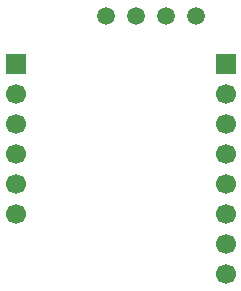
<source format=gbr>
%TF.GenerationSoftware,KiCad,Pcbnew,9.0.3*%
%TF.CreationDate,2025-12-07T20:29:13-06:00*%
%TF.ProjectId,IsolatedADSBoard,49736f6c-6174-4656-9441-4453426f6172,rev?*%
%TF.SameCoordinates,Original*%
%TF.FileFunction,Soldermask,Bot*%
%TF.FilePolarity,Negative*%
%FSLAX46Y46*%
G04 Gerber Fmt 4.6, Leading zero omitted, Abs format (unit mm)*
G04 Created by KiCad (PCBNEW 9.0.3) date 2025-12-07 20:29:13*
%MOMM*%
%LPD*%
G01*
G04 APERTURE LIST*
%ADD10C,1.500000*%
%ADD11R,1.700000X1.700000*%
%ADD12C,1.700000*%
G04 APERTURE END LIST*
D10*
%TO.C,U14*%
X134620000Y-48006000D03*
X137160000Y-48006000D03*
X139700000Y-48006000D03*
X142240000Y-48006000D03*
%TD*%
D11*
%TO.C,J2*%
X144780000Y-52070000D03*
D12*
X144780000Y-54610000D03*
X144780000Y-57150000D03*
X144780000Y-59690000D03*
X144780000Y-62230000D03*
X144780000Y-64770000D03*
X144780000Y-67310000D03*
X144780000Y-69850000D03*
%TD*%
D11*
%TO.C,J1*%
X127000000Y-52070000D03*
D12*
X127000000Y-54610000D03*
X127000000Y-57150000D03*
X127000000Y-59690000D03*
X127000000Y-62230000D03*
X127000000Y-64770000D03*
%TD*%
M02*

</source>
